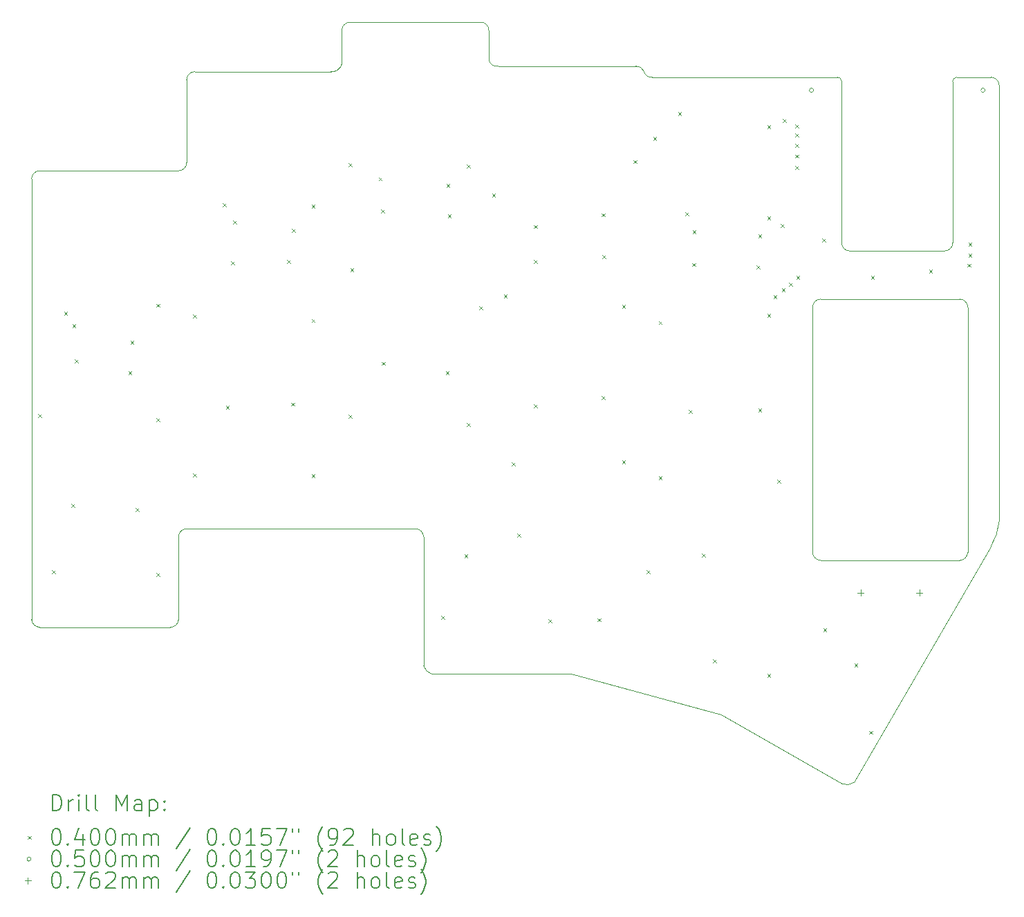
<source format=gbr>
%TF.GenerationSoftware,KiCad,Pcbnew,8.0.5*%
%TF.CreationDate,2024-10-08T17:17:03+03:00*%
%TF.ProjectId,1_3AS,315f3341-532e-46b6-9963-61645f706362,rev?*%
%TF.SameCoordinates,Original*%
%TF.FileFunction,Drillmap*%
%TF.FilePolarity,Positive*%
%FSLAX45Y45*%
G04 Gerber Fmt 4.5, Leading zero omitted, Abs format (unit mm)*
G04 Created by KiCad (PCBNEW 8.0.5) date 2024-10-08 17:17:03*
%MOMM*%
%LPD*%
G01*
G04 APERTURE LIST*
%ADD10C,0.120000*%
%ADD11C,0.200000*%
%ADD12C,0.100000*%
G04 APERTURE END LIST*
D10*
X21196300Y-5561605D02*
X20780000Y-5561605D01*
X11350000Y-5594098D02*
G75*
G02*
X11450000Y-5494100I100000J-2D01*
G01*
X21196301Y-5561598D02*
G75*
G02*
X21300004Y-5661598I-1J-103772D01*
G01*
X11250000Y-12208385D02*
G75*
G02*
X11150000Y-12300000I-95810J4195D01*
G01*
X11150000Y-12300000D02*
X9550000Y-12300000D01*
X17050805Y-5561893D02*
G75*
G02*
X16949997Y-5490001I-10505J91893D01*
G01*
X17898000Y-13370097D02*
X16060000Y-12874097D01*
X14150000Y-11094099D02*
G75*
G02*
X14250001Y-11194099I0J-100001D01*
G01*
X13250000Y-4991125D02*
G75*
G02*
X13350000Y-4887875I100190J3015D01*
G01*
X21300000Y-5661598D02*
X21300000Y-10998200D01*
X15164850Y-5425889D02*
X16850000Y-5425889D01*
X19520000Y-14201651D02*
G75*
G02*
X19379998Y-14220004I-84530J101651D01*
G01*
X14250000Y-12770000D02*
X14250000Y-11194099D01*
X19380000Y-14220000D02*
X17898000Y-13370097D01*
X16850000Y-5425889D02*
G75*
G02*
X16950002Y-5489999I3620J-104401D01*
G01*
X11450000Y-5494098D02*
X13116350Y-5494748D01*
X17050805Y-5561893D02*
X19320000Y-5561605D01*
X9450397Y-6809098D02*
G75*
G02*
X9550000Y-6709098I100003J-2D01*
G01*
X21196300Y-11315700D02*
X19520000Y-14201651D01*
X11250000Y-11194090D02*
G75*
G02*
X11350000Y-11094090I100010J-10D01*
G01*
X15164850Y-5425889D02*
G75*
G02*
X15050003Y-5351187I-20070J94779D01*
G01*
X9450000Y-12209098D02*
X9450000Y-6809098D01*
X14350000Y-12874071D02*
G75*
G02*
X14249999Y-12770000I40130J138641D01*
G01*
X13350000Y-4887879D02*
X14950000Y-4888169D01*
X11350000Y-6609095D02*
G75*
G02*
X11250000Y-6709090I-99990J-5D01*
G01*
X13250000Y-5400650D02*
X13250000Y-4991126D01*
X11250000Y-12208385D02*
X11250000Y-11194090D01*
X14950000Y-4888169D02*
G75*
G02*
X15050001Y-4988336I-80J-100081D01*
G01*
X9549979Y-12300682D02*
G75*
G02*
X9450000Y-12209098I3251J103912D01*
G01*
X9550000Y-6709098D02*
X11250000Y-6709098D01*
X16060000Y-12874097D02*
X14350000Y-12874071D01*
X13250000Y-5400650D02*
G75*
G02*
X13116350Y-5494748I-121530J30650D01*
G01*
X15050000Y-4988336D02*
X15050000Y-5351188D01*
X14150000Y-11094099D02*
X11350000Y-11094099D01*
X11350000Y-6609095D02*
X11350000Y-5594098D01*
X21300000Y-10998200D02*
G75*
G02*
X21196299Y-11315699I-726000J61440D01*
G01*
X19014400Y-11380600D02*
X19014400Y-8380600D01*
X19114400Y-8280600D02*
X20814400Y-8280600D01*
X20814400Y-11480600D02*
X19114400Y-11480600D01*
X20914400Y-8380600D02*
X20914400Y-11380600D01*
X19014400Y-8380600D02*
G75*
G02*
X19114400Y-8280600I100005J-5D01*
G01*
X19114400Y-11480600D02*
G75*
G02*
X19014400Y-11380600I2J100002D01*
G01*
X20814400Y-8280600D02*
G75*
G02*
X20914400Y-8380600I0J-100000D01*
G01*
X20914400Y-11380600D02*
G75*
G02*
X20814400Y-11480600I-99995J-5D01*
G01*
X19370000Y-5611605D02*
X19370000Y-7591605D01*
X19470000Y-7691605D02*
X20630000Y-7691605D01*
X20730000Y-7591605D02*
X20730000Y-5611605D01*
X19320000Y-5561605D02*
G75*
G02*
X19370000Y-5611605I0J-50000D01*
G01*
X19470000Y-7691605D02*
G75*
G02*
X19370000Y-7591605I0J100000D01*
G01*
X20730000Y-5611605D02*
G75*
G02*
X20780000Y-5561605I50000J0D01*
G01*
X20730000Y-7591605D02*
G75*
G02*
X20630000Y-7691605I-100000J0D01*
G01*
D11*
D12*
X9530000Y-9690000D02*
X9570000Y-9730000D01*
X9570000Y-9690000D02*
X9530000Y-9730000D01*
X9700000Y-11600000D02*
X9740000Y-11640000D01*
X9740000Y-11600000D02*
X9700000Y-11640000D01*
X9847900Y-8438200D02*
X9887900Y-8478200D01*
X9887900Y-8438200D02*
X9847900Y-8478200D01*
X9936800Y-10787700D02*
X9976800Y-10827700D01*
X9976800Y-10787700D02*
X9936800Y-10827700D01*
X9950000Y-8590000D02*
X9990000Y-8630000D01*
X9990000Y-8590000D02*
X9950000Y-8630000D01*
X9980000Y-9020000D02*
X10020000Y-9060000D01*
X10020000Y-9020000D02*
X9980000Y-9060000D01*
X10635300Y-9162100D02*
X10675300Y-9202100D01*
X10675300Y-9162100D02*
X10635300Y-9202100D01*
X10660700Y-8793800D02*
X10700700Y-8833800D01*
X10700700Y-8793800D02*
X10660700Y-8833800D01*
X10724200Y-10838500D02*
X10764200Y-10878500D01*
X10764200Y-10838500D02*
X10724200Y-10878500D01*
X10980000Y-8339097D02*
X11020000Y-8379097D01*
X11020000Y-8339097D02*
X10980000Y-8379097D01*
X10980000Y-9739097D02*
X11020000Y-9779097D01*
X11020000Y-9739097D02*
X10980000Y-9779097D01*
X10980000Y-11639097D02*
X11020000Y-11679097D01*
X11020000Y-11639097D02*
X10980000Y-11679097D01*
X11430000Y-8470000D02*
X11470000Y-8510000D01*
X11470000Y-8470000D02*
X11430000Y-8510000D01*
X11430000Y-10420000D02*
X11470000Y-10460000D01*
X11470000Y-10420000D02*
X11430000Y-10460000D01*
X11791000Y-7104700D02*
X11831000Y-7144700D01*
X11831000Y-7104700D02*
X11791000Y-7144700D01*
X11830000Y-9590000D02*
X11870000Y-9630000D01*
X11870000Y-9590000D02*
X11830000Y-9630000D01*
X11892600Y-7815900D02*
X11932600Y-7855900D01*
X11932600Y-7815900D02*
X11892600Y-7855900D01*
X11918000Y-7320600D02*
X11958000Y-7360600D01*
X11958000Y-7320600D02*
X11918000Y-7360600D01*
X12580000Y-7800000D02*
X12620000Y-7840000D01*
X12620000Y-7800000D02*
X12580000Y-7840000D01*
X12630000Y-9550000D02*
X12670000Y-9590000D01*
X12670000Y-9550000D02*
X12630000Y-9590000D01*
X12640000Y-7420000D02*
X12680000Y-7460000D01*
X12680000Y-7420000D02*
X12640000Y-7460000D01*
X12880000Y-7124097D02*
X12920000Y-7164097D01*
X12920000Y-7124097D02*
X12880000Y-7164097D01*
X12880000Y-8524097D02*
X12920000Y-8564097D01*
X12920000Y-8524097D02*
X12880000Y-8564097D01*
X12880000Y-10424097D02*
X12920000Y-10464097D01*
X12920000Y-10424097D02*
X12880000Y-10464097D01*
X13330000Y-6616597D02*
X13370000Y-6656597D01*
X13370000Y-6616597D02*
X13330000Y-6656597D01*
X13330000Y-9695500D02*
X13370000Y-9735500D01*
X13370000Y-9695500D02*
X13330000Y-9735500D01*
X13353100Y-7904800D02*
X13393100Y-7944800D01*
X13393100Y-7904800D02*
X13353100Y-7944800D01*
X13700000Y-6790000D02*
X13740000Y-6830000D01*
X13740000Y-6790000D02*
X13700000Y-6830000D01*
X13730000Y-7180000D02*
X13770000Y-7220000D01*
X13770000Y-7180000D02*
X13730000Y-7220000D01*
X13740000Y-9050000D02*
X13780000Y-9090000D01*
X13780000Y-9050000D02*
X13740000Y-9090000D01*
X14470000Y-12160000D02*
X14510000Y-12200000D01*
X14510000Y-12160000D02*
X14470000Y-12200000D01*
X14521500Y-9162100D02*
X14561500Y-9202100D01*
X14561500Y-9162100D02*
X14521500Y-9202100D01*
X14530000Y-6866597D02*
X14570000Y-6906597D01*
X14570000Y-6866597D02*
X14530000Y-6906597D01*
X14546900Y-7244400D02*
X14586900Y-7284400D01*
X14586900Y-7244400D02*
X14546900Y-7284400D01*
X14750000Y-11410000D02*
X14790000Y-11450000D01*
X14790000Y-11410000D02*
X14750000Y-11450000D01*
X14780000Y-6630000D02*
X14820000Y-6670000D01*
X14820000Y-6630000D02*
X14780000Y-6670000D01*
X14780000Y-9800000D02*
X14820000Y-9840000D01*
X14820000Y-9800000D02*
X14780000Y-9840000D01*
X14930000Y-8370000D02*
X14970000Y-8410000D01*
X14970000Y-8370000D02*
X14930000Y-8410000D01*
X15090000Y-6990000D02*
X15130000Y-7030000D01*
X15130000Y-6990000D02*
X15090000Y-7030000D01*
X15232545Y-8222300D02*
X15272545Y-8262300D01*
X15272545Y-8222300D02*
X15232545Y-8262300D01*
X15330000Y-10280000D02*
X15370000Y-10320000D01*
X15370000Y-10280000D02*
X15330000Y-10320000D01*
X15397800Y-11156000D02*
X15437800Y-11196000D01*
X15437800Y-11156000D02*
X15397800Y-11196000D01*
X15600000Y-9570000D02*
X15640000Y-9610000D01*
X15640000Y-9570000D02*
X15600000Y-9610000D01*
X15601000Y-7372717D02*
X15641000Y-7412717D01*
X15641000Y-7372717D02*
X15601000Y-7412717D01*
X15601000Y-7803200D02*
X15641000Y-7843200D01*
X15641000Y-7803200D02*
X15601000Y-7843200D01*
X15780000Y-12204070D02*
X15820000Y-12244070D01*
X15820000Y-12204070D02*
X15780000Y-12244070D01*
X16380000Y-12190000D02*
X16420000Y-12230000D01*
X16420000Y-12190000D02*
X16380000Y-12230000D01*
X16430000Y-7230000D02*
X16470000Y-7270000D01*
X16470000Y-7230000D02*
X16430000Y-7270000D01*
X16430000Y-9470000D02*
X16470000Y-9510000D01*
X16470000Y-9470000D02*
X16430000Y-9510000D01*
X16440000Y-7739097D02*
X16480000Y-7779097D01*
X16480000Y-7739097D02*
X16440000Y-7779097D01*
X16680000Y-8354097D02*
X16720000Y-8394097D01*
X16720000Y-8354097D02*
X16680000Y-8394097D01*
X16680000Y-10254097D02*
X16720000Y-10294097D01*
X16720000Y-10254097D02*
X16680000Y-10294097D01*
X16820200Y-6577800D02*
X16860200Y-6617800D01*
X16860200Y-6577800D02*
X16820200Y-6617800D01*
X16980000Y-11600000D02*
X17020000Y-11640000D01*
X17020000Y-11600000D02*
X16980000Y-11640000D01*
X17061500Y-6291900D02*
X17101500Y-6331900D01*
X17101500Y-6291900D02*
X17061500Y-6331900D01*
X17130000Y-8550000D02*
X17170000Y-8590000D01*
X17170000Y-8550000D02*
X17130000Y-8590000D01*
X17130000Y-10450000D02*
X17170000Y-10490000D01*
X17170000Y-10450000D02*
X17130000Y-10490000D01*
X17366300Y-5987100D02*
X17406300Y-6027100D01*
X17406300Y-5987100D02*
X17366300Y-6027100D01*
X17455200Y-7219000D02*
X17495200Y-7259000D01*
X17495200Y-7219000D02*
X17455200Y-7259000D01*
X17500000Y-9640000D02*
X17540000Y-9680000D01*
X17540000Y-9640000D02*
X17500000Y-9680000D01*
X17540000Y-7840000D02*
X17580000Y-7880000D01*
X17580000Y-7840000D02*
X17540000Y-7880000D01*
X17544100Y-7434900D02*
X17584100Y-7474900D01*
X17584100Y-7434900D02*
X17544100Y-7474900D01*
X17660550Y-11399450D02*
X17700550Y-11439450D01*
X17700550Y-11399450D02*
X17660550Y-11439450D01*
X17797216Y-12691597D02*
X17837216Y-12731597D01*
X17837216Y-12691597D02*
X17797216Y-12731597D01*
X18329186Y-7866700D02*
X18369186Y-7906700D01*
X18369186Y-7866700D02*
X18329186Y-7906700D01*
X18350000Y-7490000D02*
X18390000Y-7530000D01*
X18390000Y-7490000D02*
X18350000Y-7530000D01*
X18350000Y-9620000D02*
X18390000Y-9660000D01*
X18390000Y-9620000D02*
X18350000Y-9660000D01*
X18458500Y-6152200D02*
X18498500Y-6192200D01*
X18498500Y-6152200D02*
X18458500Y-6192200D01*
X18458500Y-7269800D02*
X18498500Y-7309800D01*
X18498500Y-7269800D02*
X18458500Y-7309800D01*
X18458500Y-8463600D02*
X18498500Y-8503600D01*
X18498500Y-8463600D02*
X18458500Y-8503600D01*
X18460000Y-12870000D02*
X18500000Y-12910000D01*
X18500000Y-12870000D02*
X18460000Y-12910000D01*
X18534700Y-8235000D02*
X18574700Y-8275000D01*
X18574700Y-8235000D02*
X18534700Y-8275000D01*
X18580000Y-10491597D02*
X18620000Y-10531597D01*
X18620000Y-10491597D02*
X18580000Y-10531597D01*
X18623600Y-7358700D02*
X18663600Y-7398700D01*
X18663600Y-7358700D02*
X18623600Y-7398700D01*
X18636300Y-8146100D02*
X18676300Y-8186100D01*
X18676300Y-8146100D02*
X18636300Y-8186100D01*
X18649000Y-6076000D02*
X18689000Y-6116000D01*
X18689000Y-6076000D02*
X18649000Y-6116000D01*
X18725200Y-8082600D02*
X18765200Y-8122600D01*
X18765200Y-8082600D02*
X18725200Y-8122600D01*
X18801400Y-6139500D02*
X18841400Y-6179500D01*
X18841400Y-6139500D02*
X18801400Y-6179500D01*
X18801400Y-6253800D02*
X18841400Y-6293800D01*
X18841400Y-6253800D02*
X18801400Y-6293800D01*
X18801400Y-6380800D02*
X18841400Y-6420800D01*
X18841400Y-6380800D02*
X18801400Y-6420800D01*
X18801400Y-6510405D02*
X18841400Y-6550405D01*
X18841400Y-6510405D02*
X18801400Y-6550405D01*
X18801400Y-6647500D02*
X18841400Y-6687500D01*
X18841400Y-6647500D02*
X18801400Y-6687500D01*
X18814100Y-7993700D02*
X18854100Y-8033700D01*
X18854100Y-7993700D02*
X18814100Y-8033700D01*
X19131600Y-7536500D02*
X19171600Y-7576500D01*
X19171600Y-7536500D02*
X19131600Y-7576500D01*
X19144300Y-12311700D02*
X19184300Y-12351700D01*
X19184300Y-12311700D02*
X19144300Y-12351700D01*
X19525300Y-12743500D02*
X19565300Y-12783500D01*
X19565300Y-12743500D02*
X19525300Y-12783500D01*
X19710000Y-13570000D02*
X19750000Y-13610000D01*
X19750000Y-13570000D02*
X19710000Y-13610000D01*
X19728500Y-7993700D02*
X19768500Y-8033700D01*
X19768500Y-7993700D02*
X19728500Y-8033700D01*
X20439700Y-7917500D02*
X20479700Y-7957500D01*
X20479700Y-7917500D02*
X20439700Y-7957500D01*
X20909600Y-7847000D02*
X20949600Y-7887000D01*
X20949600Y-7847000D02*
X20909600Y-7887000D01*
X20922300Y-7587300D02*
X20962300Y-7627300D01*
X20962300Y-7587300D02*
X20922300Y-7627300D01*
X20922300Y-7727000D02*
X20962300Y-7767000D01*
X20962300Y-7727000D02*
X20922300Y-7767000D01*
X19025000Y-5721605D02*
G75*
G02*
X18975000Y-5721605I-25000J0D01*
G01*
X18975000Y-5721605D02*
G75*
G02*
X19025000Y-5721605I25000J0D01*
G01*
X21125000Y-5721605D02*
G75*
G02*
X21075000Y-5721605I-25000J0D01*
G01*
X21075000Y-5721605D02*
G75*
G02*
X21125000Y-5721605I25000J0D01*
G01*
X19604400Y-11842500D02*
X19604400Y-11918700D01*
X19566300Y-11880600D02*
X19642500Y-11880600D01*
X20324400Y-11842500D02*
X20324400Y-11918700D01*
X20286300Y-11880600D02*
X20362500Y-11880600D01*
D11*
X9704777Y-14549689D02*
X9704777Y-14349689D01*
X9704777Y-14349689D02*
X9752396Y-14349689D01*
X9752396Y-14349689D02*
X9780967Y-14359213D01*
X9780967Y-14359213D02*
X9800015Y-14378260D01*
X9800015Y-14378260D02*
X9809539Y-14397308D01*
X9809539Y-14397308D02*
X9819063Y-14435403D01*
X9819063Y-14435403D02*
X9819063Y-14463975D01*
X9819063Y-14463975D02*
X9809539Y-14502070D01*
X9809539Y-14502070D02*
X9800015Y-14521117D01*
X9800015Y-14521117D02*
X9780967Y-14540165D01*
X9780967Y-14540165D02*
X9752396Y-14549689D01*
X9752396Y-14549689D02*
X9704777Y-14549689D01*
X9904777Y-14549689D02*
X9904777Y-14416356D01*
X9904777Y-14454451D02*
X9914301Y-14435403D01*
X9914301Y-14435403D02*
X9923824Y-14425879D01*
X9923824Y-14425879D02*
X9942872Y-14416356D01*
X9942872Y-14416356D02*
X9961920Y-14416356D01*
X10028586Y-14549689D02*
X10028586Y-14416356D01*
X10028586Y-14349689D02*
X10019063Y-14359213D01*
X10019063Y-14359213D02*
X10028586Y-14368737D01*
X10028586Y-14368737D02*
X10038110Y-14359213D01*
X10038110Y-14359213D02*
X10028586Y-14349689D01*
X10028586Y-14349689D02*
X10028586Y-14368737D01*
X10152396Y-14549689D02*
X10133348Y-14540165D01*
X10133348Y-14540165D02*
X10123824Y-14521117D01*
X10123824Y-14521117D02*
X10123824Y-14349689D01*
X10257158Y-14549689D02*
X10238110Y-14540165D01*
X10238110Y-14540165D02*
X10228586Y-14521117D01*
X10228586Y-14521117D02*
X10228586Y-14349689D01*
X10485729Y-14549689D02*
X10485729Y-14349689D01*
X10485729Y-14349689D02*
X10552396Y-14492546D01*
X10552396Y-14492546D02*
X10619063Y-14349689D01*
X10619063Y-14349689D02*
X10619063Y-14549689D01*
X10800015Y-14549689D02*
X10800015Y-14444927D01*
X10800015Y-14444927D02*
X10790491Y-14425879D01*
X10790491Y-14425879D02*
X10771444Y-14416356D01*
X10771444Y-14416356D02*
X10733348Y-14416356D01*
X10733348Y-14416356D02*
X10714301Y-14425879D01*
X10800015Y-14540165D02*
X10780967Y-14549689D01*
X10780967Y-14549689D02*
X10733348Y-14549689D01*
X10733348Y-14549689D02*
X10714301Y-14540165D01*
X10714301Y-14540165D02*
X10704777Y-14521117D01*
X10704777Y-14521117D02*
X10704777Y-14502070D01*
X10704777Y-14502070D02*
X10714301Y-14483022D01*
X10714301Y-14483022D02*
X10733348Y-14473498D01*
X10733348Y-14473498D02*
X10780967Y-14473498D01*
X10780967Y-14473498D02*
X10800015Y-14463975D01*
X10895253Y-14416356D02*
X10895253Y-14616356D01*
X10895253Y-14425879D02*
X10914301Y-14416356D01*
X10914301Y-14416356D02*
X10952396Y-14416356D01*
X10952396Y-14416356D02*
X10971444Y-14425879D01*
X10971444Y-14425879D02*
X10980967Y-14435403D01*
X10980967Y-14435403D02*
X10990491Y-14454451D01*
X10990491Y-14454451D02*
X10990491Y-14511594D01*
X10990491Y-14511594D02*
X10980967Y-14530641D01*
X10980967Y-14530641D02*
X10971444Y-14540165D01*
X10971444Y-14540165D02*
X10952396Y-14549689D01*
X10952396Y-14549689D02*
X10914301Y-14549689D01*
X10914301Y-14549689D02*
X10895253Y-14540165D01*
X11076205Y-14530641D02*
X11085729Y-14540165D01*
X11085729Y-14540165D02*
X11076205Y-14549689D01*
X11076205Y-14549689D02*
X11066682Y-14540165D01*
X11066682Y-14540165D02*
X11076205Y-14530641D01*
X11076205Y-14530641D02*
X11076205Y-14549689D01*
X11076205Y-14425879D02*
X11085729Y-14435403D01*
X11085729Y-14435403D02*
X11076205Y-14444927D01*
X11076205Y-14444927D02*
X11066682Y-14435403D01*
X11066682Y-14435403D02*
X11076205Y-14425879D01*
X11076205Y-14425879D02*
X11076205Y-14444927D01*
D12*
X9404000Y-14858205D02*
X9444000Y-14898205D01*
X9444000Y-14858205D02*
X9404000Y-14898205D01*
D11*
X9742872Y-14769689D02*
X9761920Y-14769689D01*
X9761920Y-14769689D02*
X9780967Y-14779213D01*
X9780967Y-14779213D02*
X9790491Y-14788737D01*
X9790491Y-14788737D02*
X9800015Y-14807784D01*
X9800015Y-14807784D02*
X9809539Y-14845879D01*
X9809539Y-14845879D02*
X9809539Y-14893498D01*
X9809539Y-14893498D02*
X9800015Y-14931594D01*
X9800015Y-14931594D02*
X9790491Y-14950641D01*
X9790491Y-14950641D02*
X9780967Y-14960165D01*
X9780967Y-14960165D02*
X9761920Y-14969689D01*
X9761920Y-14969689D02*
X9742872Y-14969689D01*
X9742872Y-14969689D02*
X9723824Y-14960165D01*
X9723824Y-14960165D02*
X9714301Y-14950641D01*
X9714301Y-14950641D02*
X9704777Y-14931594D01*
X9704777Y-14931594D02*
X9695253Y-14893498D01*
X9695253Y-14893498D02*
X9695253Y-14845879D01*
X9695253Y-14845879D02*
X9704777Y-14807784D01*
X9704777Y-14807784D02*
X9714301Y-14788737D01*
X9714301Y-14788737D02*
X9723824Y-14779213D01*
X9723824Y-14779213D02*
X9742872Y-14769689D01*
X9895253Y-14950641D02*
X9904777Y-14960165D01*
X9904777Y-14960165D02*
X9895253Y-14969689D01*
X9895253Y-14969689D02*
X9885729Y-14960165D01*
X9885729Y-14960165D02*
X9895253Y-14950641D01*
X9895253Y-14950641D02*
X9895253Y-14969689D01*
X10076205Y-14836356D02*
X10076205Y-14969689D01*
X10028586Y-14760165D02*
X9980967Y-14903022D01*
X9980967Y-14903022D02*
X10104777Y-14903022D01*
X10219063Y-14769689D02*
X10238110Y-14769689D01*
X10238110Y-14769689D02*
X10257158Y-14779213D01*
X10257158Y-14779213D02*
X10266682Y-14788737D01*
X10266682Y-14788737D02*
X10276205Y-14807784D01*
X10276205Y-14807784D02*
X10285729Y-14845879D01*
X10285729Y-14845879D02*
X10285729Y-14893498D01*
X10285729Y-14893498D02*
X10276205Y-14931594D01*
X10276205Y-14931594D02*
X10266682Y-14950641D01*
X10266682Y-14950641D02*
X10257158Y-14960165D01*
X10257158Y-14960165D02*
X10238110Y-14969689D01*
X10238110Y-14969689D02*
X10219063Y-14969689D01*
X10219063Y-14969689D02*
X10200015Y-14960165D01*
X10200015Y-14960165D02*
X10190491Y-14950641D01*
X10190491Y-14950641D02*
X10180967Y-14931594D01*
X10180967Y-14931594D02*
X10171444Y-14893498D01*
X10171444Y-14893498D02*
X10171444Y-14845879D01*
X10171444Y-14845879D02*
X10180967Y-14807784D01*
X10180967Y-14807784D02*
X10190491Y-14788737D01*
X10190491Y-14788737D02*
X10200015Y-14779213D01*
X10200015Y-14779213D02*
X10219063Y-14769689D01*
X10409539Y-14769689D02*
X10428586Y-14769689D01*
X10428586Y-14769689D02*
X10447634Y-14779213D01*
X10447634Y-14779213D02*
X10457158Y-14788737D01*
X10457158Y-14788737D02*
X10466682Y-14807784D01*
X10466682Y-14807784D02*
X10476205Y-14845879D01*
X10476205Y-14845879D02*
X10476205Y-14893498D01*
X10476205Y-14893498D02*
X10466682Y-14931594D01*
X10466682Y-14931594D02*
X10457158Y-14950641D01*
X10457158Y-14950641D02*
X10447634Y-14960165D01*
X10447634Y-14960165D02*
X10428586Y-14969689D01*
X10428586Y-14969689D02*
X10409539Y-14969689D01*
X10409539Y-14969689D02*
X10390491Y-14960165D01*
X10390491Y-14960165D02*
X10380967Y-14950641D01*
X10380967Y-14950641D02*
X10371444Y-14931594D01*
X10371444Y-14931594D02*
X10361920Y-14893498D01*
X10361920Y-14893498D02*
X10361920Y-14845879D01*
X10361920Y-14845879D02*
X10371444Y-14807784D01*
X10371444Y-14807784D02*
X10380967Y-14788737D01*
X10380967Y-14788737D02*
X10390491Y-14779213D01*
X10390491Y-14779213D02*
X10409539Y-14769689D01*
X10561920Y-14969689D02*
X10561920Y-14836356D01*
X10561920Y-14855403D02*
X10571444Y-14845879D01*
X10571444Y-14845879D02*
X10590491Y-14836356D01*
X10590491Y-14836356D02*
X10619063Y-14836356D01*
X10619063Y-14836356D02*
X10638110Y-14845879D01*
X10638110Y-14845879D02*
X10647634Y-14864927D01*
X10647634Y-14864927D02*
X10647634Y-14969689D01*
X10647634Y-14864927D02*
X10657158Y-14845879D01*
X10657158Y-14845879D02*
X10676205Y-14836356D01*
X10676205Y-14836356D02*
X10704777Y-14836356D01*
X10704777Y-14836356D02*
X10723825Y-14845879D01*
X10723825Y-14845879D02*
X10733348Y-14864927D01*
X10733348Y-14864927D02*
X10733348Y-14969689D01*
X10828586Y-14969689D02*
X10828586Y-14836356D01*
X10828586Y-14855403D02*
X10838110Y-14845879D01*
X10838110Y-14845879D02*
X10857158Y-14836356D01*
X10857158Y-14836356D02*
X10885729Y-14836356D01*
X10885729Y-14836356D02*
X10904777Y-14845879D01*
X10904777Y-14845879D02*
X10914301Y-14864927D01*
X10914301Y-14864927D02*
X10914301Y-14969689D01*
X10914301Y-14864927D02*
X10923825Y-14845879D01*
X10923825Y-14845879D02*
X10942872Y-14836356D01*
X10942872Y-14836356D02*
X10971444Y-14836356D01*
X10971444Y-14836356D02*
X10990491Y-14845879D01*
X10990491Y-14845879D02*
X11000015Y-14864927D01*
X11000015Y-14864927D02*
X11000015Y-14969689D01*
X11390491Y-14760165D02*
X11219063Y-15017308D01*
X11647634Y-14769689D02*
X11666682Y-14769689D01*
X11666682Y-14769689D02*
X11685729Y-14779213D01*
X11685729Y-14779213D02*
X11695253Y-14788737D01*
X11695253Y-14788737D02*
X11704777Y-14807784D01*
X11704777Y-14807784D02*
X11714301Y-14845879D01*
X11714301Y-14845879D02*
X11714301Y-14893498D01*
X11714301Y-14893498D02*
X11704777Y-14931594D01*
X11704777Y-14931594D02*
X11695253Y-14950641D01*
X11695253Y-14950641D02*
X11685729Y-14960165D01*
X11685729Y-14960165D02*
X11666682Y-14969689D01*
X11666682Y-14969689D02*
X11647634Y-14969689D01*
X11647634Y-14969689D02*
X11628586Y-14960165D01*
X11628586Y-14960165D02*
X11619063Y-14950641D01*
X11619063Y-14950641D02*
X11609539Y-14931594D01*
X11609539Y-14931594D02*
X11600015Y-14893498D01*
X11600015Y-14893498D02*
X11600015Y-14845879D01*
X11600015Y-14845879D02*
X11609539Y-14807784D01*
X11609539Y-14807784D02*
X11619063Y-14788737D01*
X11619063Y-14788737D02*
X11628586Y-14779213D01*
X11628586Y-14779213D02*
X11647634Y-14769689D01*
X11800015Y-14950641D02*
X11809539Y-14960165D01*
X11809539Y-14960165D02*
X11800015Y-14969689D01*
X11800015Y-14969689D02*
X11790491Y-14960165D01*
X11790491Y-14960165D02*
X11800015Y-14950641D01*
X11800015Y-14950641D02*
X11800015Y-14969689D01*
X11933348Y-14769689D02*
X11952396Y-14769689D01*
X11952396Y-14769689D02*
X11971444Y-14779213D01*
X11971444Y-14779213D02*
X11980967Y-14788737D01*
X11980967Y-14788737D02*
X11990491Y-14807784D01*
X11990491Y-14807784D02*
X12000015Y-14845879D01*
X12000015Y-14845879D02*
X12000015Y-14893498D01*
X12000015Y-14893498D02*
X11990491Y-14931594D01*
X11990491Y-14931594D02*
X11980967Y-14950641D01*
X11980967Y-14950641D02*
X11971444Y-14960165D01*
X11971444Y-14960165D02*
X11952396Y-14969689D01*
X11952396Y-14969689D02*
X11933348Y-14969689D01*
X11933348Y-14969689D02*
X11914301Y-14960165D01*
X11914301Y-14960165D02*
X11904777Y-14950641D01*
X11904777Y-14950641D02*
X11895253Y-14931594D01*
X11895253Y-14931594D02*
X11885729Y-14893498D01*
X11885729Y-14893498D02*
X11885729Y-14845879D01*
X11885729Y-14845879D02*
X11895253Y-14807784D01*
X11895253Y-14807784D02*
X11904777Y-14788737D01*
X11904777Y-14788737D02*
X11914301Y-14779213D01*
X11914301Y-14779213D02*
X11933348Y-14769689D01*
X12190491Y-14969689D02*
X12076206Y-14969689D01*
X12133348Y-14969689D02*
X12133348Y-14769689D01*
X12133348Y-14769689D02*
X12114301Y-14798260D01*
X12114301Y-14798260D02*
X12095253Y-14817308D01*
X12095253Y-14817308D02*
X12076206Y-14826832D01*
X12371444Y-14769689D02*
X12276206Y-14769689D01*
X12276206Y-14769689D02*
X12266682Y-14864927D01*
X12266682Y-14864927D02*
X12276206Y-14855403D01*
X12276206Y-14855403D02*
X12295253Y-14845879D01*
X12295253Y-14845879D02*
X12342872Y-14845879D01*
X12342872Y-14845879D02*
X12361920Y-14855403D01*
X12361920Y-14855403D02*
X12371444Y-14864927D01*
X12371444Y-14864927D02*
X12380967Y-14883975D01*
X12380967Y-14883975D02*
X12380967Y-14931594D01*
X12380967Y-14931594D02*
X12371444Y-14950641D01*
X12371444Y-14950641D02*
X12361920Y-14960165D01*
X12361920Y-14960165D02*
X12342872Y-14969689D01*
X12342872Y-14969689D02*
X12295253Y-14969689D01*
X12295253Y-14969689D02*
X12276206Y-14960165D01*
X12276206Y-14960165D02*
X12266682Y-14950641D01*
X12447634Y-14769689D02*
X12580967Y-14769689D01*
X12580967Y-14769689D02*
X12495253Y-14969689D01*
X12647634Y-14769689D02*
X12647634Y-14807784D01*
X12723825Y-14769689D02*
X12723825Y-14807784D01*
X13019063Y-15045879D02*
X13009539Y-15036356D01*
X13009539Y-15036356D02*
X12990491Y-15007784D01*
X12990491Y-15007784D02*
X12980968Y-14988737D01*
X12980968Y-14988737D02*
X12971444Y-14960165D01*
X12971444Y-14960165D02*
X12961920Y-14912546D01*
X12961920Y-14912546D02*
X12961920Y-14874451D01*
X12961920Y-14874451D02*
X12971444Y-14826832D01*
X12971444Y-14826832D02*
X12980968Y-14798260D01*
X12980968Y-14798260D02*
X12990491Y-14779213D01*
X12990491Y-14779213D02*
X13009539Y-14750641D01*
X13009539Y-14750641D02*
X13019063Y-14741117D01*
X13104777Y-14969689D02*
X13142872Y-14969689D01*
X13142872Y-14969689D02*
X13161920Y-14960165D01*
X13161920Y-14960165D02*
X13171444Y-14950641D01*
X13171444Y-14950641D02*
X13190491Y-14922070D01*
X13190491Y-14922070D02*
X13200015Y-14883975D01*
X13200015Y-14883975D02*
X13200015Y-14807784D01*
X13200015Y-14807784D02*
X13190491Y-14788737D01*
X13190491Y-14788737D02*
X13180968Y-14779213D01*
X13180968Y-14779213D02*
X13161920Y-14769689D01*
X13161920Y-14769689D02*
X13123825Y-14769689D01*
X13123825Y-14769689D02*
X13104777Y-14779213D01*
X13104777Y-14779213D02*
X13095253Y-14788737D01*
X13095253Y-14788737D02*
X13085729Y-14807784D01*
X13085729Y-14807784D02*
X13085729Y-14855403D01*
X13085729Y-14855403D02*
X13095253Y-14874451D01*
X13095253Y-14874451D02*
X13104777Y-14883975D01*
X13104777Y-14883975D02*
X13123825Y-14893498D01*
X13123825Y-14893498D02*
X13161920Y-14893498D01*
X13161920Y-14893498D02*
X13180968Y-14883975D01*
X13180968Y-14883975D02*
X13190491Y-14874451D01*
X13190491Y-14874451D02*
X13200015Y-14855403D01*
X13276206Y-14788737D02*
X13285729Y-14779213D01*
X13285729Y-14779213D02*
X13304777Y-14769689D01*
X13304777Y-14769689D02*
X13352396Y-14769689D01*
X13352396Y-14769689D02*
X13371444Y-14779213D01*
X13371444Y-14779213D02*
X13380968Y-14788737D01*
X13380968Y-14788737D02*
X13390491Y-14807784D01*
X13390491Y-14807784D02*
X13390491Y-14826832D01*
X13390491Y-14826832D02*
X13380968Y-14855403D01*
X13380968Y-14855403D02*
X13266682Y-14969689D01*
X13266682Y-14969689D02*
X13390491Y-14969689D01*
X13628587Y-14969689D02*
X13628587Y-14769689D01*
X13714301Y-14969689D02*
X13714301Y-14864927D01*
X13714301Y-14864927D02*
X13704777Y-14845879D01*
X13704777Y-14845879D02*
X13685730Y-14836356D01*
X13685730Y-14836356D02*
X13657158Y-14836356D01*
X13657158Y-14836356D02*
X13638110Y-14845879D01*
X13638110Y-14845879D02*
X13628587Y-14855403D01*
X13838110Y-14969689D02*
X13819063Y-14960165D01*
X13819063Y-14960165D02*
X13809539Y-14950641D01*
X13809539Y-14950641D02*
X13800015Y-14931594D01*
X13800015Y-14931594D02*
X13800015Y-14874451D01*
X13800015Y-14874451D02*
X13809539Y-14855403D01*
X13809539Y-14855403D02*
X13819063Y-14845879D01*
X13819063Y-14845879D02*
X13838110Y-14836356D01*
X13838110Y-14836356D02*
X13866682Y-14836356D01*
X13866682Y-14836356D02*
X13885730Y-14845879D01*
X13885730Y-14845879D02*
X13895253Y-14855403D01*
X13895253Y-14855403D02*
X13904777Y-14874451D01*
X13904777Y-14874451D02*
X13904777Y-14931594D01*
X13904777Y-14931594D02*
X13895253Y-14950641D01*
X13895253Y-14950641D02*
X13885730Y-14960165D01*
X13885730Y-14960165D02*
X13866682Y-14969689D01*
X13866682Y-14969689D02*
X13838110Y-14969689D01*
X14019063Y-14969689D02*
X14000015Y-14960165D01*
X14000015Y-14960165D02*
X13990491Y-14941117D01*
X13990491Y-14941117D02*
X13990491Y-14769689D01*
X14171444Y-14960165D02*
X14152396Y-14969689D01*
X14152396Y-14969689D02*
X14114301Y-14969689D01*
X14114301Y-14969689D02*
X14095253Y-14960165D01*
X14095253Y-14960165D02*
X14085730Y-14941117D01*
X14085730Y-14941117D02*
X14085730Y-14864927D01*
X14085730Y-14864927D02*
X14095253Y-14845879D01*
X14095253Y-14845879D02*
X14114301Y-14836356D01*
X14114301Y-14836356D02*
X14152396Y-14836356D01*
X14152396Y-14836356D02*
X14171444Y-14845879D01*
X14171444Y-14845879D02*
X14180968Y-14864927D01*
X14180968Y-14864927D02*
X14180968Y-14883975D01*
X14180968Y-14883975D02*
X14085730Y-14903022D01*
X14257158Y-14960165D02*
X14276206Y-14969689D01*
X14276206Y-14969689D02*
X14314301Y-14969689D01*
X14314301Y-14969689D02*
X14333349Y-14960165D01*
X14333349Y-14960165D02*
X14342872Y-14941117D01*
X14342872Y-14941117D02*
X14342872Y-14931594D01*
X14342872Y-14931594D02*
X14333349Y-14912546D01*
X14333349Y-14912546D02*
X14314301Y-14903022D01*
X14314301Y-14903022D02*
X14285730Y-14903022D01*
X14285730Y-14903022D02*
X14266682Y-14893498D01*
X14266682Y-14893498D02*
X14257158Y-14874451D01*
X14257158Y-14874451D02*
X14257158Y-14864927D01*
X14257158Y-14864927D02*
X14266682Y-14845879D01*
X14266682Y-14845879D02*
X14285730Y-14836356D01*
X14285730Y-14836356D02*
X14314301Y-14836356D01*
X14314301Y-14836356D02*
X14333349Y-14845879D01*
X14409539Y-15045879D02*
X14419063Y-15036356D01*
X14419063Y-15036356D02*
X14438111Y-15007784D01*
X14438111Y-15007784D02*
X14447634Y-14988737D01*
X14447634Y-14988737D02*
X14457158Y-14960165D01*
X14457158Y-14960165D02*
X14466682Y-14912546D01*
X14466682Y-14912546D02*
X14466682Y-14874451D01*
X14466682Y-14874451D02*
X14457158Y-14826832D01*
X14457158Y-14826832D02*
X14447634Y-14798260D01*
X14447634Y-14798260D02*
X14438111Y-14779213D01*
X14438111Y-14779213D02*
X14419063Y-14750641D01*
X14419063Y-14750641D02*
X14409539Y-14741117D01*
D12*
X9444000Y-15142205D02*
G75*
G02*
X9394000Y-15142205I-25000J0D01*
G01*
X9394000Y-15142205D02*
G75*
G02*
X9444000Y-15142205I25000J0D01*
G01*
D11*
X9742872Y-15033689D02*
X9761920Y-15033689D01*
X9761920Y-15033689D02*
X9780967Y-15043213D01*
X9780967Y-15043213D02*
X9790491Y-15052737D01*
X9790491Y-15052737D02*
X9800015Y-15071784D01*
X9800015Y-15071784D02*
X9809539Y-15109879D01*
X9809539Y-15109879D02*
X9809539Y-15157498D01*
X9809539Y-15157498D02*
X9800015Y-15195594D01*
X9800015Y-15195594D02*
X9790491Y-15214641D01*
X9790491Y-15214641D02*
X9780967Y-15224165D01*
X9780967Y-15224165D02*
X9761920Y-15233689D01*
X9761920Y-15233689D02*
X9742872Y-15233689D01*
X9742872Y-15233689D02*
X9723824Y-15224165D01*
X9723824Y-15224165D02*
X9714301Y-15214641D01*
X9714301Y-15214641D02*
X9704777Y-15195594D01*
X9704777Y-15195594D02*
X9695253Y-15157498D01*
X9695253Y-15157498D02*
X9695253Y-15109879D01*
X9695253Y-15109879D02*
X9704777Y-15071784D01*
X9704777Y-15071784D02*
X9714301Y-15052737D01*
X9714301Y-15052737D02*
X9723824Y-15043213D01*
X9723824Y-15043213D02*
X9742872Y-15033689D01*
X9895253Y-15214641D02*
X9904777Y-15224165D01*
X9904777Y-15224165D02*
X9895253Y-15233689D01*
X9895253Y-15233689D02*
X9885729Y-15224165D01*
X9885729Y-15224165D02*
X9895253Y-15214641D01*
X9895253Y-15214641D02*
X9895253Y-15233689D01*
X10085729Y-15033689D02*
X9990491Y-15033689D01*
X9990491Y-15033689D02*
X9980967Y-15128927D01*
X9980967Y-15128927D02*
X9990491Y-15119403D01*
X9990491Y-15119403D02*
X10009539Y-15109879D01*
X10009539Y-15109879D02*
X10057158Y-15109879D01*
X10057158Y-15109879D02*
X10076205Y-15119403D01*
X10076205Y-15119403D02*
X10085729Y-15128927D01*
X10085729Y-15128927D02*
X10095253Y-15147975D01*
X10095253Y-15147975D02*
X10095253Y-15195594D01*
X10095253Y-15195594D02*
X10085729Y-15214641D01*
X10085729Y-15214641D02*
X10076205Y-15224165D01*
X10076205Y-15224165D02*
X10057158Y-15233689D01*
X10057158Y-15233689D02*
X10009539Y-15233689D01*
X10009539Y-15233689D02*
X9990491Y-15224165D01*
X9990491Y-15224165D02*
X9980967Y-15214641D01*
X10219063Y-15033689D02*
X10238110Y-15033689D01*
X10238110Y-15033689D02*
X10257158Y-15043213D01*
X10257158Y-15043213D02*
X10266682Y-15052737D01*
X10266682Y-15052737D02*
X10276205Y-15071784D01*
X10276205Y-15071784D02*
X10285729Y-15109879D01*
X10285729Y-15109879D02*
X10285729Y-15157498D01*
X10285729Y-15157498D02*
X10276205Y-15195594D01*
X10276205Y-15195594D02*
X10266682Y-15214641D01*
X10266682Y-15214641D02*
X10257158Y-15224165D01*
X10257158Y-15224165D02*
X10238110Y-15233689D01*
X10238110Y-15233689D02*
X10219063Y-15233689D01*
X10219063Y-15233689D02*
X10200015Y-15224165D01*
X10200015Y-15224165D02*
X10190491Y-15214641D01*
X10190491Y-15214641D02*
X10180967Y-15195594D01*
X10180967Y-15195594D02*
X10171444Y-15157498D01*
X10171444Y-15157498D02*
X10171444Y-15109879D01*
X10171444Y-15109879D02*
X10180967Y-15071784D01*
X10180967Y-15071784D02*
X10190491Y-15052737D01*
X10190491Y-15052737D02*
X10200015Y-15043213D01*
X10200015Y-15043213D02*
X10219063Y-15033689D01*
X10409539Y-15033689D02*
X10428586Y-15033689D01*
X10428586Y-15033689D02*
X10447634Y-15043213D01*
X10447634Y-15043213D02*
X10457158Y-15052737D01*
X10457158Y-15052737D02*
X10466682Y-15071784D01*
X10466682Y-15071784D02*
X10476205Y-15109879D01*
X10476205Y-15109879D02*
X10476205Y-15157498D01*
X10476205Y-15157498D02*
X10466682Y-15195594D01*
X10466682Y-15195594D02*
X10457158Y-15214641D01*
X10457158Y-15214641D02*
X10447634Y-15224165D01*
X10447634Y-15224165D02*
X10428586Y-15233689D01*
X10428586Y-15233689D02*
X10409539Y-15233689D01*
X10409539Y-15233689D02*
X10390491Y-15224165D01*
X10390491Y-15224165D02*
X10380967Y-15214641D01*
X10380967Y-15214641D02*
X10371444Y-15195594D01*
X10371444Y-15195594D02*
X10361920Y-15157498D01*
X10361920Y-15157498D02*
X10361920Y-15109879D01*
X10361920Y-15109879D02*
X10371444Y-15071784D01*
X10371444Y-15071784D02*
X10380967Y-15052737D01*
X10380967Y-15052737D02*
X10390491Y-15043213D01*
X10390491Y-15043213D02*
X10409539Y-15033689D01*
X10561920Y-15233689D02*
X10561920Y-15100356D01*
X10561920Y-15119403D02*
X10571444Y-15109879D01*
X10571444Y-15109879D02*
X10590491Y-15100356D01*
X10590491Y-15100356D02*
X10619063Y-15100356D01*
X10619063Y-15100356D02*
X10638110Y-15109879D01*
X10638110Y-15109879D02*
X10647634Y-15128927D01*
X10647634Y-15128927D02*
X10647634Y-15233689D01*
X10647634Y-15128927D02*
X10657158Y-15109879D01*
X10657158Y-15109879D02*
X10676205Y-15100356D01*
X10676205Y-15100356D02*
X10704777Y-15100356D01*
X10704777Y-15100356D02*
X10723825Y-15109879D01*
X10723825Y-15109879D02*
X10733348Y-15128927D01*
X10733348Y-15128927D02*
X10733348Y-15233689D01*
X10828586Y-15233689D02*
X10828586Y-15100356D01*
X10828586Y-15119403D02*
X10838110Y-15109879D01*
X10838110Y-15109879D02*
X10857158Y-15100356D01*
X10857158Y-15100356D02*
X10885729Y-15100356D01*
X10885729Y-15100356D02*
X10904777Y-15109879D01*
X10904777Y-15109879D02*
X10914301Y-15128927D01*
X10914301Y-15128927D02*
X10914301Y-15233689D01*
X10914301Y-15128927D02*
X10923825Y-15109879D01*
X10923825Y-15109879D02*
X10942872Y-15100356D01*
X10942872Y-15100356D02*
X10971444Y-15100356D01*
X10971444Y-15100356D02*
X10990491Y-15109879D01*
X10990491Y-15109879D02*
X11000015Y-15128927D01*
X11000015Y-15128927D02*
X11000015Y-15233689D01*
X11390491Y-15024165D02*
X11219063Y-15281308D01*
X11647634Y-15033689D02*
X11666682Y-15033689D01*
X11666682Y-15033689D02*
X11685729Y-15043213D01*
X11685729Y-15043213D02*
X11695253Y-15052737D01*
X11695253Y-15052737D02*
X11704777Y-15071784D01*
X11704777Y-15071784D02*
X11714301Y-15109879D01*
X11714301Y-15109879D02*
X11714301Y-15157498D01*
X11714301Y-15157498D02*
X11704777Y-15195594D01*
X11704777Y-15195594D02*
X11695253Y-15214641D01*
X11695253Y-15214641D02*
X11685729Y-15224165D01*
X11685729Y-15224165D02*
X11666682Y-15233689D01*
X11666682Y-15233689D02*
X11647634Y-15233689D01*
X11647634Y-15233689D02*
X11628586Y-15224165D01*
X11628586Y-15224165D02*
X11619063Y-15214641D01*
X11619063Y-15214641D02*
X11609539Y-15195594D01*
X11609539Y-15195594D02*
X11600015Y-15157498D01*
X11600015Y-15157498D02*
X11600015Y-15109879D01*
X11600015Y-15109879D02*
X11609539Y-15071784D01*
X11609539Y-15071784D02*
X11619063Y-15052737D01*
X11619063Y-15052737D02*
X11628586Y-15043213D01*
X11628586Y-15043213D02*
X11647634Y-15033689D01*
X11800015Y-15214641D02*
X11809539Y-15224165D01*
X11809539Y-15224165D02*
X11800015Y-15233689D01*
X11800015Y-15233689D02*
X11790491Y-15224165D01*
X11790491Y-15224165D02*
X11800015Y-15214641D01*
X11800015Y-15214641D02*
X11800015Y-15233689D01*
X11933348Y-15033689D02*
X11952396Y-15033689D01*
X11952396Y-15033689D02*
X11971444Y-15043213D01*
X11971444Y-15043213D02*
X11980967Y-15052737D01*
X11980967Y-15052737D02*
X11990491Y-15071784D01*
X11990491Y-15071784D02*
X12000015Y-15109879D01*
X12000015Y-15109879D02*
X12000015Y-15157498D01*
X12000015Y-15157498D02*
X11990491Y-15195594D01*
X11990491Y-15195594D02*
X11980967Y-15214641D01*
X11980967Y-15214641D02*
X11971444Y-15224165D01*
X11971444Y-15224165D02*
X11952396Y-15233689D01*
X11952396Y-15233689D02*
X11933348Y-15233689D01*
X11933348Y-15233689D02*
X11914301Y-15224165D01*
X11914301Y-15224165D02*
X11904777Y-15214641D01*
X11904777Y-15214641D02*
X11895253Y-15195594D01*
X11895253Y-15195594D02*
X11885729Y-15157498D01*
X11885729Y-15157498D02*
X11885729Y-15109879D01*
X11885729Y-15109879D02*
X11895253Y-15071784D01*
X11895253Y-15071784D02*
X11904777Y-15052737D01*
X11904777Y-15052737D02*
X11914301Y-15043213D01*
X11914301Y-15043213D02*
X11933348Y-15033689D01*
X12190491Y-15233689D02*
X12076206Y-15233689D01*
X12133348Y-15233689D02*
X12133348Y-15033689D01*
X12133348Y-15033689D02*
X12114301Y-15062260D01*
X12114301Y-15062260D02*
X12095253Y-15081308D01*
X12095253Y-15081308D02*
X12076206Y-15090832D01*
X12285729Y-15233689D02*
X12323825Y-15233689D01*
X12323825Y-15233689D02*
X12342872Y-15224165D01*
X12342872Y-15224165D02*
X12352396Y-15214641D01*
X12352396Y-15214641D02*
X12371444Y-15186070D01*
X12371444Y-15186070D02*
X12380967Y-15147975D01*
X12380967Y-15147975D02*
X12380967Y-15071784D01*
X12380967Y-15071784D02*
X12371444Y-15052737D01*
X12371444Y-15052737D02*
X12361920Y-15043213D01*
X12361920Y-15043213D02*
X12342872Y-15033689D01*
X12342872Y-15033689D02*
X12304777Y-15033689D01*
X12304777Y-15033689D02*
X12285729Y-15043213D01*
X12285729Y-15043213D02*
X12276206Y-15052737D01*
X12276206Y-15052737D02*
X12266682Y-15071784D01*
X12266682Y-15071784D02*
X12266682Y-15119403D01*
X12266682Y-15119403D02*
X12276206Y-15138451D01*
X12276206Y-15138451D02*
X12285729Y-15147975D01*
X12285729Y-15147975D02*
X12304777Y-15157498D01*
X12304777Y-15157498D02*
X12342872Y-15157498D01*
X12342872Y-15157498D02*
X12361920Y-15147975D01*
X12361920Y-15147975D02*
X12371444Y-15138451D01*
X12371444Y-15138451D02*
X12380967Y-15119403D01*
X12447634Y-15033689D02*
X12580967Y-15033689D01*
X12580967Y-15033689D02*
X12495253Y-15233689D01*
X12647634Y-15033689D02*
X12647634Y-15071784D01*
X12723825Y-15033689D02*
X12723825Y-15071784D01*
X13019063Y-15309879D02*
X13009539Y-15300356D01*
X13009539Y-15300356D02*
X12990491Y-15271784D01*
X12990491Y-15271784D02*
X12980968Y-15252737D01*
X12980968Y-15252737D02*
X12971444Y-15224165D01*
X12971444Y-15224165D02*
X12961920Y-15176546D01*
X12961920Y-15176546D02*
X12961920Y-15138451D01*
X12961920Y-15138451D02*
X12971444Y-15090832D01*
X12971444Y-15090832D02*
X12980968Y-15062260D01*
X12980968Y-15062260D02*
X12990491Y-15043213D01*
X12990491Y-15043213D02*
X13009539Y-15014641D01*
X13009539Y-15014641D02*
X13019063Y-15005117D01*
X13085729Y-15052737D02*
X13095253Y-15043213D01*
X13095253Y-15043213D02*
X13114301Y-15033689D01*
X13114301Y-15033689D02*
X13161920Y-15033689D01*
X13161920Y-15033689D02*
X13180968Y-15043213D01*
X13180968Y-15043213D02*
X13190491Y-15052737D01*
X13190491Y-15052737D02*
X13200015Y-15071784D01*
X13200015Y-15071784D02*
X13200015Y-15090832D01*
X13200015Y-15090832D02*
X13190491Y-15119403D01*
X13190491Y-15119403D02*
X13076206Y-15233689D01*
X13076206Y-15233689D02*
X13200015Y-15233689D01*
X13438110Y-15233689D02*
X13438110Y-15033689D01*
X13523825Y-15233689D02*
X13523825Y-15128927D01*
X13523825Y-15128927D02*
X13514301Y-15109879D01*
X13514301Y-15109879D02*
X13495253Y-15100356D01*
X13495253Y-15100356D02*
X13466682Y-15100356D01*
X13466682Y-15100356D02*
X13447634Y-15109879D01*
X13447634Y-15109879D02*
X13438110Y-15119403D01*
X13647634Y-15233689D02*
X13628587Y-15224165D01*
X13628587Y-15224165D02*
X13619063Y-15214641D01*
X13619063Y-15214641D02*
X13609539Y-15195594D01*
X13609539Y-15195594D02*
X13609539Y-15138451D01*
X13609539Y-15138451D02*
X13619063Y-15119403D01*
X13619063Y-15119403D02*
X13628587Y-15109879D01*
X13628587Y-15109879D02*
X13647634Y-15100356D01*
X13647634Y-15100356D02*
X13676206Y-15100356D01*
X13676206Y-15100356D02*
X13695253Y-15109879D01*
X13695253Y-15109879D02*
X13704777Y-15119403D01*
X13704777Y-15119403D02*
X13714301Y-15138451D01*
X13714301Y-15138451D02*
X13714301Y-15195594D01*
X13714301Y-15195594D02*
X13704777Y-15214641D01*
X13704777Y-15214641D02*
X13695253Y-15224165D01*
X13695253Y-15224165D02*
X13676206Y-15233689D01*
X13676206Y-15233689D02*
X13647634Y-15233689D01*
X13828587Y-15233689D02*
X13809539Y-15224165D01*
X13809539Y-15224165D02*
X13800015Y-15205117D01*
X13800015Y-15205117D02*
X13800015Y-15033689D01*
X13980968Y-15224165D02*
X13961920Y-15233689D01*
X13961920Y-15233689D02*
X13923825Y-15233689D01*
X13923825Y-15233689D02*
X13904777Y-15224165D01*
X13904777Y-15224165D02*
X13895253Y-15205117D01*
X13895253Y-15205117D02*
X13895253Y-15128927D01*
X13895253Y-15128927D02*
X13904777Y-15109879D01*
X13904777Y-15109879D02*
X13923825Y-15100356D01*
X13923825Y-15100356D02*
X13961920Y-15100356D01*
X13961920Y-15100356D02*
X13980968Y-15109879D01*
X13980968Y-15109879D02*
X13990491Y-15128927D01*
X13990491Y-15128927D02*
X13990491Y-15147975D01*
X13990491Y-15147975D02*
X13895253Y-15167022D01*
X14066682Y-15224165D02*
X14085730Y-15233689D01*
X14085730Y-15233689D02*
X14123825Y-15233689D01*
X14123825Y-15233689D02*
X14142872Y-15224165D01*
X14142872Y-15224165D02*
X14152396Y-15205117D01*
X14152396Y-15205117D02*
X14152396Y-15195594D01*
X14152396Y-15195594D02*
X14142872Y-15176546D01*
X14142872Y-15176546D02*
X14123825Y-15167022D01*
X14123825Y-15167022D02*
X14095253Y-15167022D01*
X14095253Y-15167022D02*
X14076206Y-15157498D01*
X14076206Y-15157498D02*
X14066682Y-15138451D01*
X14066682Y-15138451D02*
X14066682Y-15128927D01*
X14066682Y-15128927D02*
X14076206Y-15109879D01*
X14076206Y-15109879D02*
X14095253Y-15100356D01*
X14095253Y-15100356D02*
X14123825Y-15100356D01*
X14123825Y-15100356D02*
X14142872Y-15109879D01*
X14219063Y-15309879D02*
X14228587Y-15300356D01*
X14228587Y-15300356D02*
X14247634Y-15271784D01*
X14247634Y-15271784D02*
X14257158Y-15252737D01*
X14257158Y-15252737D02*
X14266682Y-15224165D01*
X14266682Y-15224165D02*
X14276206Y-15176546D01*
X14276206Y-15176546D02*
X14276206Y-15138451D01*
X14276206Y-15138451D02*
X14266682Y-15090832D01*
X14266682Y-15090832D02*
X14257158Y-15062260D01*
X14257158Y-15062260D02*
X14247634Y-15043213D01*
X14247634Y-15043213D02*
X14228587Y-15014641D01*
X14228587Y-15014641D02*
X14219063Y-15005117D01*
D12*
X9405900Y-15368105D02*
X9405900Y-15444305D01*
X9367800Y-15406205D02*
X9444000Y-15406205D01*
D11*
X9742872Y-15297689D02*
X9761920Y-15297689D01*
X9761920Y-15297689D02*
X9780967Y-15307213D01*
X9780967Y-15307213D02*
X9790491Y-15316737D01*
X9790491Y-15316737D02*
X9800015Y-15335784D01*
X9800015Y-15335784D02*
X9809539Y-15373879D01*
X9809539Y-15373879D02*
X9809539Y-15421498D01*
X9809539Y-15421498D02*
X9800015Y-15459594D01*
X9800015Y-15459594D02*
X9790491Y-15478641D01*
X9790491Y-15478641D02*
X9780967Y-15488165D01*
X9780967Y-15488165D02*
X9761920Y-15497689D01*
X9761920Y-15497689D02*
X9742872Y-15497689D01*
X9742872Y-15497689D02*
X9723824Y-15488165D01*
X9723824Y-15488165D02*
X9714301Y-15478641D01*
X9714301Y-15478641D02*
X9704777Y-15459594D01*
X9704777Y-15459594D02*
X9695253Y-15421498D01*
X9695253Y-15421498D02*
X9695253Y-15373879D01*
X9695253Y-15373879D02*
X9704777Y-15335784D01*
X9704777Y-15335784D02*
X9714301Y-15316737D01*
X9714301Y-15316737D02*
X9723824Y-15307213D01*
X9723824Y-15307213D02*
X9742872Y-15297689D01*
X9895253Y-15478641D02*
X9904777Y-15488165D01*
X9904777Y-15488165D02*
X9895253Y-15497689D01*
X9895253Y-15497689D02*
X9885729Y-15488165D01*
X9885729Y-15488165D02*
X9895253Y-15478641D01*
X9895253Y-15478641D02*
X9895253Y-15497689D01*
X9971444Y-15297689D02*
X10104777Y-15297689D01*
X10104777Y-15297689D02*
X10019063Y-15497689D01*
X10266682Y-15297689D02*
X10228586Y-15297689D01*
X10228586Y-15297689D02*
X10209539Y-15307213D01*
X10209539Y-15307213D02*
X10200015Y-15316737D01*
X10200015Y-15316737D02*
X10180967Y-15345308D01*
X10180967Y-15345308D02*
X10171444Y-15383403D01*
X10171444Y-15383403D02*
X10171444Y-15459594D01*
X10171444Y-15459594D02*
X10180967Y-15478641D01*
X10180967Y-15478641D02*
X10190491Y-15488165D01*
X10190491Y-15488165D02*
X10209539Y-15497689D01*
X10209539Y-15497689D02*
X10247634Y-15497689D01*
X10247634Y-15497689D02*
X10266682Y-15488165D01*
X10266682Y-15488165D02*
X10276205Y-15478641D01*
X10276205Y-15478641D02*
X10285729Y-15459594D01*
X10285729Y-15459594D02*
X10285729Y-15411975D01*
X10285729Y-15411975D02*
X10276205Y-15392927D01*
X10276205Y-15392927D02*
X10266682Y-15383403D01*
X10266682Y-15383403D02*
X10247634Y-15373879D01*
X10247634Y-15373879D02*
X10209539Y-15373879D01*
X10209539Y-15373879D02*
X10190491Y-15383403D01*
X10190491Y-15383403D02*
X10180967Y-15392927D01*
X10180967Y-15392927D02*
X10171444Y-15411975D01*
X10361920Y-15316737D02*
X10371444Y-15307213D01*
X10371444Y-15307213D02*
X10390491Y-15297689D01*
X10390491Y-15297689D02*
X10438110Y-15297689D01*
X10438110Y-15297689D02*
X10457158Y-15307213D01*
X10457158Y-15307213D02*
X10466682Y-15316737D01*
X10466682Y-15316737D02*
X10476205Y-15335784D01*
X10476205Y-15335784D02*
X10476205Y-15354832D01*
X10476205Y-15354832D02*
X10466682Y-15383403D01*
X10466682Y-15383403D02*
X10352396Y-15497689D01*
X10352396Y-15497689D02*
X10476205Y-15497689D01*
X10561920Y-15497689D02*
X10561920Y-15364356D01*
X10561920Y-15383403D02*
X10571444Y-15373879D01*
X10571444Y-15373879D02*
X10590491Y-15364356D01*
X10590491Y-15364356D02*
X10619063Y-15364356D01*
X10619063Y-15364356D02*
X10638110Y-15373879D01*
X10638110Y-15373879D02*
X10647634Y-15392927D01*
X10647634Y-15392927D02*
X10647634Y-15497689D01*
X10647634Y-15392927D02*
X10657158Y-15373879D01*
X10657158Y-15373879D02*
X10676205Y-15364356D01*
X10676205Y-15364356D02*
X10704777Y-15364356D01*
X10704777Y-15364356D02*
X10723825Y-15373879D01*
X10723825Y-15373879D02*
X10733348Y-15392927D01*
X10733348Y-15392927D02*
X10733348Y-15497689D01*
X10828586Y-15497689D02*
X10828586Y-15364356D01*
X10828586Y-15383403D02*
X10838110Y-15373879D01*
X10838110Y-15373879D02*
X10857158Y-15364356D01*
X10857158Y-15364356D02*
X10885729Y-15364356D01*
X10885729Y-15364356D02*
X10904777Y-15373879D01*
X10904777Y-15373879D02*
X10914301Y-15392927D01*
X10914301Y-15392927D02*
X10914301Y-15497689D01*
X10914301Y-15392927D02*
X10923825Y-15373879D01*
X10923825Y-15373879D02*
X10942872Y-15364356D01*
X10942872Y-15364356D02*
X10971444Y-15364356D01*
X10971444Y-15364356D02*
X10990491Y-15373879D01*
X10990491Y-15373879D02*
X11000015Y-15392927D01*
X11000015Y-15392927D02*
X11000015Y-15497689D01*
X11390491Y-15288165D02*
X11219063Y-15545308D01*
X11647634Y-15297689D02*
X11666682Y-15297689D01*
X11666682Y-15297689D02*
X11685729Y-15307213D01*
X11685729Y-15307213D02*
X11695253Y-15316737D01*
X11695253Y-15316737D02*
X11704777Y-15335784D01*
X11704777Y-15335784D02*
X11714301Y-15373879D01*
X11714301Y-15373879D02*
X11714301Y-15421498D01*
X11714301Y-15421498D02*
X11704777Y-15459594D01*
X11704777Y-15459594D02*
X11695253Y-15478641D01*
X11695253Y-15478641D02*
X11685729Y-15488165D01*
X11685729Y-15488165D02*
X11666682Y-15497689D01*
X11666682Y-15497689D02*
X11647634Y-15497689D01*
X11647634Y-15497689D02*
X11628586Y-15488165D01*
X11628586Y-15488165D02*
X11619063Y-15478641D01*
X11619063Y-15478641D02*
X11609539Y-15459594D01*
X11609539Y-15459594D02*
X11600015Y-15421498D01*
X11600015Y-15421498D02*
X11600015Y-15373879D01*
X11600015Y-15373879D02*
X11609539Y-15335784D01*
X11609539Y-15335784D02*
X11619063Y-15316737D01*
X11619063Y-15316737D02*
X11628586Y-15307213D01*
X11628586Y-15307213D02*
X11647634Y-15297689D01*
X11800015Y-15478641D02*
X11809539Y-15488165D01*
X11809539Y-15488165D02*
X11800015Y-15497689D01*
X11800015Y-15497689D02*
X11790491Y-15488165D01*
X11790491Y-15488165D02*
X11800015Y-15478641D01*
X11800015Y-15478641D02*
X11800015Y-15497689D01*
X11933348Y-15297689D02*
X11952396Y-15297689D01*
X11952396Y-15297689D02*
X11971444Y-15307213D01*
X11971444Y-15307213D02*
X11980967Y-15316737D01*
X11980967Y-15316737D02*
X11990491Y-15335784D01*
X11990491Y-15335784D02*
X12000015Y-15373879D01*
X12000015Y-15373879D02*
X12000015Y-15421498D01*
X12000015Y-15421498D02*
X11990491Y-15459594D01*
X11990491Y-15459594D02*
X11980967Y-15478641D01*
X11980967Y-15478641D02*
X11971444Y-15488165D01*
X11971444Y-15488165D02*
X11952396Y-15497689D01*
X11952396Y-15497689D02*
X11933348Y-15497689D01*
X11933348Y-15497689D02*
X11914301Y-15488165D01*
X11914301Y-15488165D02*
X11904777Y-15478641D01*
X11904777Y-15478641D02*
X11895253Y-15459594D01*
X11895253Y-15459594D02*
X11885729Y-15421498D01*
X11885729Y-15421498D02*
X11885729Y-15373879D01*
X11885729Y-15373879D02*
X11895253Y-15335784D01*
X11895253Y-15335784D02*
X11904777Y-15316737D01*
X11904777Y-15316737D02*
X11914301Y-15307213D01*
X11914301Y-15307213D02*
X11933348Y-15297689D01*
X12066682Y-15297689D02*
X12190491Y-15297689D01*
X12190491Y-15297689D02*
X12123825Y-15373879D01*
X12123825Y-15373879D02*
X12152396Y-15373879D01*
X12152396Y-15373879D02*
X12171444Y-15383403D01*
X12171444Y-15383403D02*
X12180967Y-15392927D01*
X12180967Y-15392927D02*
X12190491Y-15411975D01*
X12190491Y-15411975D02*
X12190491Y-15459594D01*
X12190491Y-15459594D02*
X12180967Y-15478641D01*
X12180967Y-15478641D02*
X12171444Y-15488165D01*
X12171444Y-15488165D02*
X12152396Y-15497689D01*
X12152396Y-15497689D02*
X12095253Y-15497689D01*
X12095253Y-15497689D02*
X12076206Y-15488165D01*
X12076206Y-15488165D02*
X12066682Y-15478641D01*
X12314301Y-15297689D02*
X12333348Y-15297689D01*
X12333348Y-15297689D02*
X12352396Y-15307213D01*
X12352396Y-15307213D02*
X12361920Y-15316737D01*
X12361920Y-15316737D02*
X12371444Y-15335784D01*
X12371444Y-15335784D02*
X12380967Y-15373879D01*
X12380967Y-15373879D02*
X12380967Y-15421498D01*
X12380967Y-15421498D02*
X12371444Y-15459594D01*
X12371444Y-15459594D02*
X12361920Y-15478641D01*
X12361920Y-15478641D02*
X12352396Y-15488165D01*
X12352396Y-15488165D02*
X12333348Y-15497689D01*
X12333348Y-15497689D02*
X12314301Y-15497689D01*
X12314301Y-15497689D02*
X12295253Y-15488165D01*
X12295253Y-15488165D02*
X12285729Y-15478641D01*
X12285729Y-15478641D02*
X12276206Y-15459594D01*
X12276206Y-15459594D02*
X12266682Y-15421498D01*
X12266682Y-15421498D02*
X12266682Y-15373879D01*
X12266682Y-15373879D02*
X12276206Y-15335784D01*
X12276206Y-15335784D02*
X12285729Y-15316737D01*
X12285729Y-15316737D02*
X12295253Y-15307213D01*
X12295253Y-15307213D02*
X12314301Y-15297689D01*
X12504777Y-15297689D02*
X12523825Y-15297689D01*
X12523825Y-15297689D02*
X12542872Y-15307213D01*
X12542872Y-15307213D02*
X12552396Y-15316737D01*
X12552396Y-15316737D02*
X12561920Y-15335784D01*
X12561920Y-15335784D02*
X12571444Y-15373879D01*
X12571444Y-15373879D02*
X12571444Y-15421498D01*
X12571444Y-15421498D02*
X12561920Y-15459594D01*
X12561920Y-15459594D02*
X12552396Y-15478641D01*
X12552396Y-15478641D02*
X12542872Y-15488165D01*
X12542872Y-15488165D02*
X12523825Y-15497689D01*
X12523825Y-15497689D02*
X12504777Y-15497689D01*
X12504777Y-15497689D02*
X12485729Y-15488165D01*
X12485729Y-15488165D02*
X12476206Y-15478641D01*
X12476206Y-15478641D02*
X12466682Y-15459594D01*
X12466682Y-15459594D02*
X12457158Y-15421498D01*
X12457158Y-15421498D02*
X12457158Y-15373879D01*
X12457158Y-15373879D02*
X12466682Y-15335784D01*
X12466682Y-15335784D02*
X12476206Y-15316737D01*
X12476206Y-15316737D02*
X12485729Y-15307213D01*
X12485729Y-15307213D02*
X12504777Y-15297689D01*
X12647634Y-15297689D02*
X12647634Y-15335784D01*
X12723825Y-15297689D02*
X12723825Y-15335784D01*
X13019063Y-15573879D02*
X13009539Y-15564356D01*
X13009539Y-15564356D02*
X12990491Y-15535784D01*
X12990491Y-15535784D02*
X12980968Y-15516737D01*
X12980968Y-15516737D02*
X12971444Y-15488165D01*
X12971444Y-15488165D02*
X12961920Y-15440546D01*
X12961920Y-15440546D02*
X12961920Y-15402451D01*
X12961920Y-15402451D02*
X12971444Y-15354832D01*
X12971444Y-15354832D02*
X12980968Y-15326260D01*
X12980968Y-15326260D02*
X12990491Y-15307213D01*
X12990491Y-15307213D02*
X13009539Y-15278641D01*
X13009539Y-15278641D02*
X13019063Y-15269117D01*
X13085729Y-15316737D02*
X13095253Y-15307213D01*
X13095253Y-15307213D02*
X13114301Y-15297689D01*
X13114301Y-15297689D02*
X13161920Y-15297689D01*
X13161920Y-15297689D02*
X13180968Y-15307213D01*
X13180968Y-15307213D02*
X13190491Y-15316737D01*
X13190491Y-15316737D02*
X13200015Y-15335784D01*
X13200015Y-15335784D02*
X13200015Y-15354832D01*
X13200015Y-15354832D02*
X13190491Y-15383403D01*
X13190491Y-15383403D02*
X13076206Y-15497689D01*
X13076206Y-15497689D02*
X13200015Y-15497689D01*
X13438110Y-15497689D02*
X13438110Y-15297689D01*
X13523825Y-15497689D02*
X13523825Y-15392927D01*
X13523825Y-15392927D02*
X13514301Y-15373879D01*
X13514301Y-15373879D02*
X13495253Y-15364356D01*
X13495253Y-15364356D02*
X13466682Y-15364356D01*
X13466682Y-15364356D02*
X13447634Y-15373879D01*
X13447634Y-15373879D02*
X13438110Y-15383403D01*
X13647634Y-15497689D02*
X13628587Y-15488165D01*
X13628587Y-15488165D02*
X13619063Y-15478641D01*
X13619063Y-15478641D02*
X13609539Y-15459594D01*
X13609539Y-15459594D02*
X13609539Y-15402451D01*
X13609539Y-15402451D02*
X13619063Y-15383403D01*
X13619063Y-15383403D02*
X13628587Y-15373879D01*
X13628587Y-15373879D02*
X13647634Y-15364356D01*
X13647634Y-15364356D02*
X13676206Y-15364356D01*
X13676206Y-15364356D02*
X13695253Y-15373879D01*
X13695253Y-15373879D02*
X13704777Y-15383403D01*
X13704777Y-15383403D02*
X13714301Y-15402451D01*
X13714301Y-15402451D02*
X13714301Y-15459594D01*
X13714301Y-15459594D02*
X13704777Y-15478641D01*
X13704777Y-15478641D02*
X13695253Y-15488165D01*
X13695253Y-15488165D02*
X13676206Y-15497689D01*
X13676206Y-15497689D02*
X13647634Y-15497689D01*
X13828587Y-15497689D02*
X13809539Y-15488165D01*
X13809539Y-15488165D02*
X13800015Y-15469117D01*
X13800015Y-15469117D02*
X13800015Y-15297689D01*
X13980968Y-15488165D02*
X13961920Y-15497689D01*
X13961920Y-15497689D02*
X13923825Y-15497689D01*
X13923825Y-15497689D02*
X13904777Y-15488165D01*
X13904777Y-15488165D02*
X13895253Y-15469117D01*
X13895253Y-15469117D02*
X13895253Y-15392927D01*
X13895253Y-15392927D02*
X13904777Y-15373879D01*
X13904777Y-15373879D02*
X13923825Y-15364356D01*
X13923825Y-15364356D02*
X13961920Y-15364356D01*
X13961920Y-15364356D02*
X13980968Y-15373879D01*
X13980968Y-15373879D02*
X13990491Y-15392927D01*
X13990491Y-15392927D02*
X13990491Y-15411975D01*
X13990491Y-15411975D02*
X13895253Y-15431022D01*
X14066682Y-15488165D02*
X14085730Y-15497689D01*
X14085730Y-15497689D02*
X14123825Y-15497689D01*
X14123825Y-15497689D02*
X14142872Y-15488165D01*
X14142872Y-15488165D02*
X14152396Y-15469117D01*
X14152396Y-15469117D02*
X14152396Y-15459594D01*
X14152396Y-15459594D02*
X14142872Y-15440546D01*
X14142872Y-15440546D02*
X14123825Y-15431022D01*
X14123825Y-15431022D02*
X14095253Y-15431022D01*
X14095253Y-15431022D02*
X14076206Y-15421498D01*
X14076206Y-15421498D02*
X14066682Y-15402451D01*
X14066682Y-15402451D02*
X14066682Y-15392927D01*
X14066682Y-15392927D02*
X14076206Y-15373879D01*
X14076206Y-15373879D02*
X14095253Y-15364356D01*
X14095253Y-15364356D02*
X14123825Y-15364356D01*
X14123825Y-15364356D02*
X14142872Y-15373879D01*
X14219063Y-15573879D02*
X14228587Y-15564356D01*
X14228587Y-15564356D02*
X14247634Y-15535784D01*
X14247634Y-15535784D02*
X14257158Y-15516737D01*
X14257158Y-15516737D02*
X14266682Y-15488165D01*
X14266682Y-15488165D02*
X14276206Y-15440546D01*
X14276206Y-15440546D02*
X14276206Y-15402451D01*
X14276206Y-15402451D02*
X14266682Y-15354832D01*
X14266682Y-15354832D02*
X14257158Y-15326260D01*
X14257158Y-15326260D02*
X14247634Y-15307213D01*
X14247634Y-15307213D02*
X14228587Y-15278641D01*
X14228587Y-15278641D02*
X14219063Y-15269117D01*
M02*

</source>
